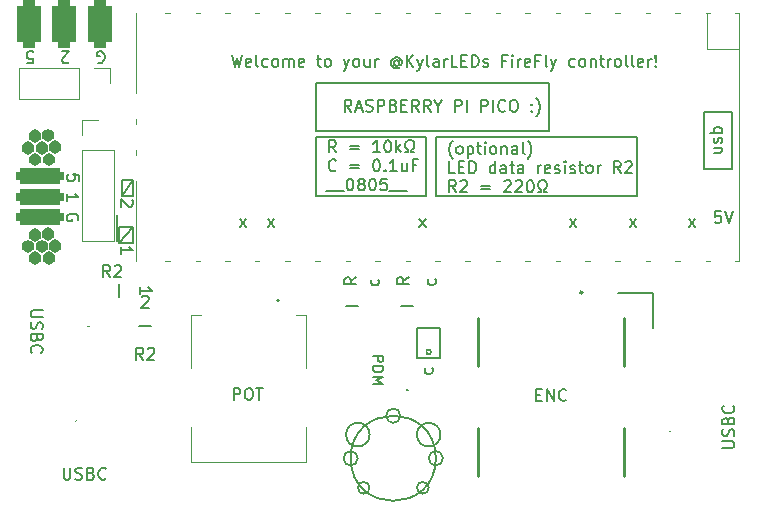
<source format=gto>
G04 #@! TF.GenerationSoftware,KiCad,Pcbnew,(6.0.4)*
G04 #@! TF.CreationDate,2022-04-25T16:44:11-05:00*
G04 #@! TF.ProjectId,FireflyV1,46697265-666c-4795-9631-2e6b69636164,rev?*
G04 #@! TF.SameCoordinates,Original*
G04 #@! TF.FileFunction,Legend,Top*
G04 #@! TF.FilePolarity,Positive*
%FSLAX46Y46*%
G04 Gerber Fmt 4.6, Leading zero omitted, Abs format (unit mm)*
G04 Created by KiCad (PCBNEW (6.0.4)) date 2022-04-25 16:44:11*
%MOMM*%
%LPD*%
G01*
G04 APERTURE LIST*
G04 Aperture macros list*
%AMRoundRect*
0 Rectangle with rounded corners*
0 $1 Rounding radius*
0 $2 $3 $4 $5 $6 $7 $8 $9 X,Y pos of 4 corners*
0 Add a 4 corners polygon primitive as box body*
4,1,4,$2,$3,$4,$5,$6,$7,$8,$9,$2,$3,0*
0 Add four circle primitives for the rounded corners*
1,1,$1+$1,$2,$3*
1,1,$1+$1,$4,$5*
1,1,$1+$1,$6,$7*
1,1,$1+$1,$8,$9*
0 Add four rect primitives between the rounded corners*
20,1,$1+$1,$2,$3,$4,$5,0*
20,1,$1+$1,$4,$5,$6,$7,0*
20,1,$1+$1,$6,$7,$8,$9,0*
20,1,$1+$1,$8,$9,$2,$3,0*%
%AMHorizOval*
0 Thick line with rounded ends*
0 $1 width*
0 $2 $3 position (X,Y) of the first rounded end (center of the circle)*
0 $4 $5 position (X,Y) of the second rounded end (center of the circle)*
0 Add line between two ends*
20,1,$1,$2,$3,$4,$5,0*
0 Add two circle primitives to create the rounded ends*
1,1,$1,$2,$3*
1,1,$1,$4,$5*%
G04 Aperture macros list end*
%ADD10C,0.150000*%
%ADD11C,0.200000*%
%ADD12C,0.254000*%
%ADD13C,0.120000*%
%ADD14C,0.100000*%
%ADD15R,1.400000X0.950000*%
%ADD16C,1.800000*%
%ADD17C,4.800000*%
%ADD18R,1.700000X1.700000*%
%ADD19O,1.700000X1.700000*%
%ADD20R,1.200000X0.700000*%
%ADD21R,1.200000X0.760000*%
%ADD22R,1.200000X0.800000*%
%ADD23C,2.010000*%
%ADD24RoundRect,0.337500X1.662500X0.337500X-1.662500X0.337500X-1.662500X-0.337500X1.662500X-0.337500X0*%
%ADD25R,0.700000X1.200000*%
%ADD26R,0.760000X1.200000*%
%ADD27R,0.800000X1.200000*%
%ADD28R,1.700000X3.500000*%
%ADD29R,3.500000X1.700000*%
%ADD30R,0.950000X1.400000*%
%ADD31C,4.460000*%
%ADD32RoundRect,0.500000X-0.500000X1.500000X-0.500000X-1.500000X0.500000X-1.500000X0.500000X1.500000X0*%
%ADD33C,0.910000*%
%ADD34HorizOval,0.910000X-0.070711X0.070711X0.070711X-0.070711X0*%
%ADD35R,1.470000X1.020000*%
%ADD36C,3.200000*%
G04 APERTURE END LIST*
D10*
X71058095Y-32432380D02*
X71581904Y-31765714D01*
X71058095Y-31765714D02*
X71581904Y-32432380D01*
X66028095Y-32432380D02*
X66551904Y-31765714D01*
X66028095Y-31765714D02*
X66551904Y-32432380D01*
X60928095Y-32432380D02*
X61451904Y-31765714D01*
X60928095Y-31765714D02*
X61451904Y-32432380D01*
X48208095Y-32432380D02*
X48731904Y-31765714D01*
X48208095Y-31765714D02*
X48731904Y-32432380D01*
X35418095Y-32432380D02*
X35941904Y-31765714D01*
X35418095Y-31765714D02*
X35941904Y-32432380D01*
X33038095Y-32432380D02*
X33561904Y-31765714D01*
X33038095Y-31765714D02*
X33561904Y-32432380D01*
X49200000Y-43000000D02*
G75*
G03*
X49200000Y-43000000I-200000J0D01*
G01*
X48000000Y-41000000D02*
X50000000Y-41000000D01*
X50000000Y-41000000D02*
X50000000Y-43500000D01*
X50000000Y-43500000D02*
X48000000Y-43500000D01*
X48000000Y-43500000D02*
X48000000Y-41000000D01*
X49000000Y-54500000D02*
G75*
G03*
X49000000Y-54500000I-500000J0D01*
G01*
X44000000Y-54500000D02*
G75*
G03*
X44000000Y-54500000I-500000J0D01*
G01*
X43000000Y-52000000D02*
G75*
G03*
X43000000Y-52000000I-605551J0D01*
G01*
X44000000Y-50000000D02*
G75*
G03*
X44000000Y-50000000I-1000000J0D01*
G01*
X46605551Y-48394449D02*
G75*
G03*
X46605551Y-48394449I-605551J0D01*
G01*
X50000000Y-50000000D02*
G75*
G03*
X50000000Y-50000000I-1000000J0D01*
G01*
X50211102Y-52000000D02*
G75*
G03*
X50211102Y-52000000I-605551J0D01*
G01*
X49605551Y-52000000D02*
G75*
G03*
X49605551Y-52000000I-3605551J0D01*
G01*
X73867507Y-51132958D02*
X74677031Y-51132958D01*
X74772269Y-51085339D01*
X74819888Y-51037720D01*
X74867507Y-50942482D01*
X74867507Y-50752006D01*
X74819888Y-50656768D01*
X74772269Y-50609149D01*
X74677031Y-50561530D01*
X73867507Y-50561530D01*
X74819888Y-50132958D02*
X74867507Y-49990101D01*
X74867507Y-49752006D01*
X74819888Y-49656768D01*
X74772269Y-49609149D01*
X74677031Y-49561530D01*
X74581793Y-49561530D01*
X74486555Y-49609149D01*
X74438936Y-49656768D01*
X74391317Y-49752006D01*
X74343698Y-49942482D01*
X74296079Y-50037720D01*
X74248460Y-50085339D01*
X74153222Y-50132958D01*
X74057984Y-50132958D01*
X73962746Y-50085339D01*
X73915127Y-50037720D01*
X73867507Y-49942482D01*
X73867507Y-49704387D01*
X73915127Y-49561530D01*
X74343698Y-48799625D02*
X74391317Y-48656768D01*
X74438936Y-48609149D01*
X74534174Y-48561530D01*
X74677031Y-48561530D01*
X74772269Y-48609149D01*
X74819888Y-48656768D01*
X74867507Y-48752006D01*
X74867507Y-49132958D01*
X73867507Y-49132958D01*
X73867507Y-48799625D01*
X73915127Y-48704387D01*
X73962746Y-48656768D01*
X74057984Y-48609149D01*
X74153222Y-48609149D01*
X74248460Y-48656768D01*
X74296079Y-48704387D01*
X74343698Y-48799625D01*
X74343698Y-49132958D01*
X74772269Y-47561530D02*
X74819888Y-47609149D01*
X74867507Y-47752006D01*
X74867507Y-47847244D01*
X74819888Y-47990101D01*
X74724650Y-48085339D01*
X74629412Y-48132958D01*
X74438936Y-48180577D01*
X74296079Y-48180577D01*
X74105603Y-48132958D01*
X74010365Y-48085339D01*
X73915127Y-47990101D01*
X73867507Y-47847244D01*
X73867507Y-47752006D01*
X73915127Y-47609149D01*
X73962746Y-47561530D01*
X16313566Y-39485268D02*
X15504042Y-39485268D01*
X15408804Y-39532887D01*
X15361185Y-39580506D01*
X15313566Y-39675744D01*
X15313566Y-39866220D01*
X15361185Y-39961458D01*
X15408804Y-40009077D01*
X15504042Y-40056696D01*
X16313566Y-40056696D01*
X15361185Y-40485268D02*
X15313566Y-40628125D01*
X15313566Y-40866220D01*
X15361185Y-40961458D01*
X15408804Y-41009077D01*
X15504042Y-41056696D01*
X15599280Y-41056696D01*
X15694518Y-41009077D01*
X15742137Y-40961458D01*
X15789756Y-40866220D01*
X15837375Y-40675744D01*
X15884994Y-40580506D01*
X15932613Y-40532887D01*
X16027851Y-40485268D01*
X16123089Y-40485268D01*
X16218327Y-40532887D01*
X16265947Y-40580506D01*
X16313566Y-40675744D01*
X16313566Y-40913839D01*
X16265947Y-41056696D01*
X15837375Y-41818601D02*
X15789756Y-41961458D01*
X15742137Y-42009077D01*
X15646899Y-42056696D01*
X15504042Y-42056696D01*
X15408804Y-42009077D01*
X15361185Y-41961458D01*
X15313566Y-41866220D01*
X15313566Y-41485268D01*
X16313566Y-41485268D01*
X16313566Y-41818601D01*
X16265947Y-41913839D01*
X16218327Y-41961458D01*
X16123089Y-42009077D01*
X16027851Y-42009077D01*
X15932613Y-41961458D01*
X15884994Y-41913839D01*
X15837375Y-41818601D01*
X15837375Y-41485268D01*
X15408804Y-43056696D02*
X15361185Y-43009077D01*
X15313566Y-42866220D01*
X15313566Y-42770982D01*
X15361185Y-42628125D01*
X15456423Y-42532887D01*
X15551661Y-42485268D01*
X15742137Y-42437649D01*
X15884994Y-42437649D01*
X16075470Y-42485268D01*
X16170708Y-42532887D01*
X16265947Y-42628125D01*
X16313566Y-42770982D01*
X16313566Y-42866220D01*
X16265947Y-43009077D01*
X16218327Y-43056696D01*
X18092189Y-52806756D02*
X18092189Y-53616280D01*
X18139808Y-53711518D01*
X18187427Y-53759137D01*
X18282665Y-53806756D01*
X18473141Y-53806756D01*
X18568379Y-53759137D01*
X18615998Y-53711518D01*
X18663617Y-53616280D01*
X18663617Y-52806756D01*
X19092189Y-53759137D02*
X19235046Y-53806756D01*
X19473141Y-53806756D01*
X19568379Y-53759137D01*
X19615998Y-53711518D01*
X19663617Y-53616280D01*
X19663617Y-53521042D01*
X19615998Y-53425804D01*
X19568379Y-53378185D01*
X19473141Y-53330566D01*
X19282665Y-53282947D01*
X19187427Y-53235328D01*
X19139808Y-53187709D01*
X19092189Y-53092471D01*
X19092189Y-52997233D01*
X19139808Y-52901995D01*
X19187427Y-52854376D01*
X19282665Y-52806756D01*
X19520760Y-52806756D01*
X19663617Y-52854376D01*
X20425522Y-53282947D02*
X20568379Y-53330566D01*
X20615998Y-53378185D01*
X20663617Y-53473423D01*
X20663617Y-53616280D01*
X20615998Y-53711518D01*
X20568379Y-53759137D01*
X20473141Y-53806756D01*
X20092189Y-53806756D01*
X20092189Y-52806756D01*
X20425522Y-52806756D01*
X20520760Y-52854376D01*
X20568379Y-52901995D01*
X20615998Y-52997233D01*
X20615998Y-53092471D01*
X20568379Y-53187709D01*
X20520760Y-53235328D01*
X20425522Y-53282947D01*
X20092189Y-53282947D01*
X21663617Y-53711518D02*
X21615998Y-53759137D01*
X21473141Y-53806756D01*
X21377903Y-53806756D01*
X21235046Y-53759137D01*
X21139808Y-53663899D01*
X21092189Y-53568661D01*
X21044570Y-53378185D01*
X21044570Y-53235328D01*
X21092189Y-53044852D01*
X21139808Y-52949614D01*
X21235046Y-52854376D01*
X21377903Y-52806756D01*
X21473141Y-52806756D01*
X21615998Y-52854376D01*
X21663617Y-52901995D01*
G36*
X17257194Y-34785812D02*
G01*
X17257194Y-35285812D01*
X16837194Y-35535812D01*
X16407194Y-35285812D01*
X16407194Y-34785812D01*
X16837194Y-34535812D01*
X17257194Y-34785812D01*
G37*
X17257194Y-34785812D02*
X17257194Y-35285812D01*
X16837194Y-35535812D01*
X16407194Y-35285812D01*
X16407194Y-34785812D01*
X16837194Y-34535812D01*
X17257194Y-34785812D01*
G36*
X16100000Y-32814188D02*
G01*
X16100000Y-33314188D01*
X15670000Y-33564188D01*
X15250000Y-33314188D01*
X15250000Y-32814188D01*
X15670000Y-32564188D01*
X16100000Y-32814188D01*
G37*
X16100000Y-32814188D02*
X16100000Y-33314188D01*
X15670000Y-33564188D01*
X15250000Y-33314188D01*
X15250000Y-32814188D01*
X15670000Y-32564188D01*
X16100000Y-32814188D01*
G36*
X17223597Y-32750000D02*
G01*
X17223597Y-33250000D01*
X16803597Y-33500000D01*
X16373597Y-33250000D01*
X16373597Y-32750000D01*
X16803597Y-32500000D01*
X17223597Y-32750000D01*
G37*
X17223597Y-32750000D02*
X17223597Y-33250000D01*
X16803597Y-33500000D01*
X16373597Y-33250000D01*
X16373597Y-32750000D01*
X16803597Y-32500000D01*
X17223597Y-32750000D01*
G36*
X17803597Y-33750000D02*
G01*
X17803597Y-34250000D01*
X17383597Y-34500000D01*
X16953597Y-34250000D01*
X16953597Y-33750000D01*
X17383597Y-33500000D01*
X17803597Y-33750000D01*
G37*
X17803597Y-33750000D02*
X17803597Y-34250000D01*
X17383597Y-34500000D01*
X16953597Y-34250000D01*
X16953597Y-33750000D01*
X17383597Y-33500000D01*
X17803597Y-33750000D01*
G36*
X16057194Y-34785812D02*
G01*
X16057194Y-35285812D01*
X15637194Y-35535812D01*
X15207194Y-35285812D01*
X15207194Y-34785812D01*
X15637194Y-34535812D01*
X16057194Y-34785812D01*
G37*
X16057194Y-34785812D02*
X16057194Y-35285812D01*
X15637194Y-35535812D01*
X15207194Y-35285812D01*
X15207194Y-34785812D01*
X15637194Y-34535812D01*
X16057194Y-34785812D01*
G36*
X16700000Y-33814188D02*
G01*
X16700000Y-34314188D01*
X16270000Y-34564188D01*
X15850000Y-34314188D01*
X15850000Y-33814188D01*
X16270000Y-33564188D01*
X16700000Y-33814188D01*
G37*
X16700000Y-33814188D02*
X16700000Y-34314188D01*
X16270000Y-34564188D01*
X15850000Y-34314188D01*
X15850000Y-33814188D01*
X16270000Y-33564188D01*
X16700000Y-33814188D01*
G36*
X15500000Y-33814188D02*
G01*
X15500000Y-34314188D01*
X15070000Y-34564188D01*
X14650000Y-34314188D01*
X14650000Y-33814188D01*
X15070000Y-33564188D01*
X15500000Y-33814188D01*
G37*
X15500000Y-33814188D02*
X15500000Y-34314188D01*
X15070000Y-34564188D01*
X14650000Y-34314188D01*
X14650000Y-33814188D01*
X15070000Y-33564188D01*
X15500000Y-33814188D01*
G36*
X17223597Y-24413504D02*
G01*
X17223597Y-24913504D01*
X16803597Y-25163504D01*
X16373597Y-24913504D01*
X16373597Y-24413504D01*
X16803597Y-24163504D01*
X17223597Y-24413504D01*
G37*
X17223597Y-24413504D02*
X17223597Y-24913504D01*
X16803597Y-25163504D01*
X16373597Y-24913504D01*
X16373597Y-24413504D01*
X16803597Y-24163504D01*
X17223597Y-24413504D01*
G36*
X15500000Y-25477692D02*
G01*
X15500000Y-25977692D01*
X15070000Y-26227692D01*
X14650000Y-25977692D01*
X14650000Y-25477692D01*
X15070000Y-25227692D01*
X15500000Y-25477692D01*
G37*
X15500000Y-25477692D02*
X15500000Y-25977692D01*
X15070000Y-26227692D01*
X14650000Y-25977692D01*
X14650000Y-25477692D01*
X15070000Y-25227692D01*
X15500000Y-25477692D01*
G36*
X16100000Y-24477692D02*
G01*
X16100000Y-24977692D01*
X15670000Y-25227692D01*
X15250000Y-24977692D01*
X15250000Y-24477692D01*
X15670000Y-24227692D01*
X16100000Y-24477692D01*
G37*
X16100000Y-24477692D02*
X16100000Y-24977692D01*
X15670000Y-25227692D01*
X15250000Y-24977692D01*
X15250000Y-24477692D01*
X15670000Y-24227692D01*
X16100000Y-24477692D01*
G36*
X16700000Y-25477692D02*
G01*
X16700000Y-25977692D01*
X16270000Y-26227692D01*
X15850000Y-25977692D01*
X15850000Y-25477692D01*
X16270000Y-25227692D01*
X16700000Y-25477692D01*
G37*
X16700000Y-25477692D02*
X16700000Y-25977692D01*
X16270000Y-26227692D01*
X15850000Y-25977692D01*
X15850000Y-25477692D01*
X16270000Y-25227692D01*
X16700000Y-25477692D01*
G36*
X17257194Y-26449316D02*
G01*
X17257194Y-26949316D01*
X16837194Y-27199316D01*
X16407194Y-26949316D01*
X16407194Y-26449316D01*
X16837194Y-26199316D01*
X17257194Y-26449316D01*
G37*
X17257194Y-26449316D02*
X17257194Y-26949316D01*
X16837194Y-27199316D01*
X16407194Y-26949316D01*
X16407194Y-26449316D01*
X16837194Y-26199316D01*
X17257194Y-26449316D01*
G36*
X16057194Y-26449316D02*
G01*
X16057194Y-26949316D01*
X15637194Y-27199316D01*
X15207194Y-26949316D01*
X15207194Y-26449316D01*
X15637194Y-26199316D01*
X16057194Y-26449316D01*
G37*
X16057194Y-26449316D02*
X16057194Y-26949316D01*
X15637194Y-27199316D01*
X15207194Y-26949316D01*
X15207194Y-26449316D01*
X15637194Y-26199316D01*
X16057194Y-26449316D01*
G36*
X17803597Y-25413504D02*
G01*
X17803597Y-25913504D01*
X17383597Y-26163504D01*
X16953597Y-25913504D01*
X16953597Y-25413504D01*
X17383597Y-25163504D01*
X17803597Y-25413504D01*
G37*
X17803597Y-25413504D02*
X17803597Y-25913504D01*
X17383597Y-26163504D01*
X16953597Y-25913504D01*
X16953597Y-25413504D01*
X17383597Y-25163504D01*
X17803597Y-25413504D01*
X23852380Y-30114285D02*
X23900000Y-30161904D01*
X23947619Y-30257142D01*
X23947619Y-30495238D01*
X23900000Y-30590476D01*
X23852380Y-30638095D01*
X23757142Y-30685714D01*
X23661904Y-30685714D01*
X23519047Y-30638095D01*
X22947619Y-30066666D01*
X22947619Y-30685714D01*
X22947619Y-34685714D02*
X22947619Y-34114285D01*
X22947619Y-34400000D02*
X23947619Y-34400000D01*
X23804761Y-34304761D01*
X23709523Y-34209523D01*
X23661904Y-34114285D01*
X24714285Y-38347619D02*
X24761904Y-38300000D01*
X24857142Y-38252380D01*
X25095238Y-38252380D01*
X25190476Y-38300000D01*
X25238095Y-38347619D01*
X25285714Y-38442857D01*
X25285714Y-38538095D01*
X25238095Y-38680952D01*
X24666666Y-39252380D01*
X25285714Y-39252380D01*
X24547619Y-38085714D02*
X24547619Y-37514285D01*
X24547619Y-37800000D02*
X25547619Y-37800000D01*
X25404761Y-37704761D01*
X25309523Y-37609523D01*
X25261904Y-37514285D01*
X49600000Y-24800000D02*
X66600000Y-24800000D01*
X66600000Y-24800000D02*
X66600000Y-29800000D01*
X66600000Y-29800000D02*
X49600000Y-29800000D01*
X49600000Y-29800000D02*
X49600000Y-24800000D01*
X51021309Y-26623333D02*
X50973690Y-26575714D01*
X50878452Y-26432857D01*
X50830833Y-26337619D01*
X50783214Y-26194761D01*
X50735595Y-25956666D01*
X50735595Y-25766190D01*
X50783214Y-25528095D01*
X50830833Y-25385238D01*
X50878452Y-25290000D01*
X50973690Y-25147142D01*
X51021309Y-25099523D01*
X51545119Y-26242380D02*
X51449880Y-26194761D01*
X51402261Y-26147142D01*
X51354642Y-26051904D01*
X51354642Y-25766190D01*
X51402261Y-25670952D01*
X51449880Y-25623333D01*
X51545119Y-25575714D01*
X51687976Y-25575714D01*
X51783214Y-25623333D01*
X51830833Y-25670952D01*
X51878452Y-25766190D01*
X51878452Y-26051904D01*
X51830833Y-26147142D01*
X51783214Y-26194761D01*
X51687976Y-26242380D01*
X51545119Y-26242380D01*
X52307023Y-25575714D02*
X52307023Y-26575714D01*
X52307023Y-25623333D02*
X52402261Y-25575714D01*
X52592738Y-25575714D01*
X52687976Y-25623333D01*
X52735595Y-25670952D01*
X52783214Y-25766190D01*
X52783214Y-26051904D01*
X52735595Y-26147142D01*
X52687976Y-26194761D01*
X52592738Y-26242380D01*
X52402261Y-26242380D01*
X52307023Y-26194761D01*
X53068928Y-25575714D02*
X53449880Y-25575714D01*
X53211785Y-25242380D02*
X53211785Y-26099523D01*
X53259404Y-26194761D01*
X53354642Y-26242380D01*
X53449880Y-26242380D01*
X53783214Y-26242380D02*
X53783214Y-25575714D01*
X53783214Y-25242380D02*
X53735595Y-25290000D01*
X53783214Y-25337619D01*
X53830833Y-25290000D01*
X53783214Y-25242380D01*
X53783214Y-25337619D01*
X54402261Y-26242380D02*
X54307023Y-26194761D01*
X54259404Y-26147142D01*
X54211785Y-26051904D01*
X54211785Y-25766190D01*
X54259404Y-25670952D01*
X54307023Y-25623333D01*
X54402261Y-25575714D01*
X54545119Y-25575714D01*
X54640357Y-25623333D01*
X54687976Y-25670952D01*
X54735595Y-25766190D01*
X54735595Y-26051904D01*
X54687976Y-26147142D01*
X54640357Y-26194761D01*
X54545119Y-26242380D01*
X54402261Y-26242380D01*
X55164166Y-25575714D02*
X55164166Y-26242380D01*
X55164166Y-25670952D02*
X55211785Y-25623333D01*
X55307023Y-25575714D01*
X55449880Y-25575714D01*
X55545119Y-25623333D01*
X55592738Y-25718571D01*
X55592738Y-26242380D01*
X56497500Y-26242380D02*
X56497500Y-25718571D01*
X56449880Y-25623333D01*
X56354642Y-25575714D01*
X56164166Y-25575714D01*
X56068928Y-25623333D01*
X56497500Y-26194761D02*
X56402261Y-26242380D01*
X56164166Y-26242380D01*
X56068928Y-26194761D01*
X56021309Y-26099523D01*
X56021309Y-26004285D01*
X56068928Y-25909047D01*
X56164166Y-25861428D01*
X56402261Y-25861428D01*
X56497500Y-25813809D01*
X57116547Y-26242380D02*
X57021309Y-26194761D01*
X56973690Y-26099523D01*
X56973690Y-25242380D01*
X57402261Y-26623333D02*
X57449880Y-26575714D01*
X57545119Y-26432857D01*
X57592738Y-26337619D01*
X57640357Y-26194761D01*
X57687976Y-25956666D01*
X57687976Y-25766190D01*
X57640357Y-25528095D01*
X57592738Y-25385238D01*
X57545119Y-25290000D01*
X57449880Y-25147142D01*
X57402261Y-25099523D01*
X51211785Y-27852380D02*
X50735595Y-27852380D01*
X50735595Y-26852380D01*
X51545119Y-27328571D02*
X51878452Y-27328571D01*
X52021309Y-27852380D02*
X51545119Y-27852380D01*
X51545119Y-26852380D01*
X52021309Y-26852380D01*
X52449880Y-27852380D02*
X52449880Y-26852380D01*
X52687976Y-26852380D01*
X52830833Y-26900000D01*
X52926071Y-26995238D01*
X52973690Y-27090476D01*
X53021309Y-27280952D01*
X53021309Y-27423809D01*
X52973690Y-27614285D01*
X52926071Y-27709523D01*
X52830833Y-27804761D01*
X52687976Y-27852380D01*
X52449880Y-27852380D01*
X54640357Y-27852380D02*
X54640357Y-26852380D01*
X54640357Y-27804761D02*
X54545119Y-27852380D01*
X54354642Y-27852380D01*
X54259404Y-27804761D01*
X54211785Y-27757142D01*
X54164166Y-27661904D01*
X54164166Y-27376190D01*
X54211785Y-27280952D01*
X54259404Y-27233333D01*
X54354642Y-27185714D01*
X54545119Y-27185714D01*
X54640357Y-27233333D01*
X55545119Y-27852380D02*
X55545119Y-27328571D01*
X55497500Y-27233333D01*
X55402261Y-27185714D01*
X55211785Y-27185714D01*
X55116547Y-27233333D01*
X55545119Y-27804761D02*
X55449880Y-27852380D01*
X55211785Y-27852380D01*
X55116547Y-27804761D01*
X55068928Y-27709523D01*
X55068928Y-27614285D01*
X55116547Y-27519047D01*
X55211785Y-27471428D01*
X55449880Y-27471428D01*
X55545119Y-27423809D01*
X55878452Y-27185714D02*
X56259404Y-27185714D01*
X56021309Y-26852380D02*
X56021309Y-27709523D01*
X56068928Y-27804761D01*
X56164166Y-27852380D01*
X56259404Y-27852380D01*
X57021309Y-27852380D02*
X57021309Y-27328571D01*
X56973690Y-27233333D01*
X56878452Y-27185714D01*
X56687976Y-27185714D01*
X56592738Y-27233333D01*
X57021309Y-27804761D02*
X56926071Y-27852380D01*
X56687976Y-27852380D01*
X56592738Y-27804761D01*
X56545119Y-27709523D01*
X56545119Y-27614285D01*
X56592738Y-27519047D01*
X56687976Y-27471428D01*
X56926071Y-27471428D01*
X57021309Y-27423809D01*
X58259404Y-27852380D02*
X58259404Y-27185714D01*
X58259404Y-27376190D02*
X58307023Y-27280952D01*
X58354642Y-27233333D01*
X58449880Y-27185714D01*
X58545119Y-27185714D01*
X59259404Y-27804761D02*
X59164166Y-27852380D01*
X58973690Y-27852380D01*
X58878452Y-27804761D01*
X58830833Y-27709523D01*
X58830833Y-27328571D01*
X58878452Y-27233333D01*
X58973690Y-27185714D01*
X59164166Y-27185714D01*
X59259404Y-27233333D01*
X59307023Y-27328571D01*
X59307023Y-27423809D01*
X58830833Y-27519047D01*
X59687976Y-27804761D02*
X59783214Y-27852380D01*
X59973690Y-27852380D01*
X60068928Y-27804761D01*
X60116547Y-27709523D01*
X60116547Y-27661904D01*
X60068928Y-27566666D01*
X59973690Y-27519047D01*
X59830833Y-27519047D01*
X59735595Y-27471428D01*
X59687976Y-27376190D01*
X59687976Y-27328571D01*
X59735595Y-27233333D01*
X59830833Y-27185714D01*
X59973690Y-27185714D01*
X60068928Y-27233333D01*
X60545119Y-27852380D02*
X60545119Y-27185714D01*
X60545119Y-26852380D02*
X60497500Y-26900000D01*
X60545119Y-26947619D01*
X60592738Y-26900000D01*
X60545119Y-26852380D01*
X60545119Y-26947619D01*
X60973690Y-27804761D02*
X61068928Y-27852380D01*
X61259404Y-27852380D01*
X61354642Y-27804761D01*
X61402261Y-27709523D01*
X61402261Y-27661904D01*
X61354642Y-27566666D01*
X61259404Y-27519047D01*
X61116547Y-27519047D01*
X61021309Y-27471428D01*
X60973690Y-27376190D01*
X60973690Y-27328571D01*
X61021309Y-27233333D01*
X61116547Y-27185714D01*
X61259404Y-27185714D01*
X61354642Y-27233333D01*
X61687976Y-27185714D02*
X62068928Y-27185714D01*
X61830833Y-26852380D02*
X61830833Y-27709523D01*
X61878452Y-27804761D01*
X61973690Y-27852380D01*
X62068928Y-27852380D01*
X62545119Y-27852380D02*
X62449880Y-27804761D01*
X62402261Y-27757142D01*
X62354642Y-27661904D01*
X62354642Y-27376190D01*
X62402261Y-27280952D01*
X62449880Y-27233333D01*
X62545119Y-27185714D01*
X62687976Y-27185714D01*
X62783214Y-27233333D01*
X62830833Y-27280952D01*
X62878452Y-27376190D01*
X62878452Y-27661904D01*
X62830833Y-27757142D01*
X62783214Y-27804761D01*
X62687976Y-27852380D01*
X62545119Y-27852380D01*
X63307023Y-27852380D02*
X63307023Y-27185714D01*
X63307023Y-27376190D02*
X63354642Y-27280952D01*
X63402261Y-27233333D01*
X63497500Y-27185714D01*
X63592738Y-27185714D01*
X65259404Y-27852380D02*
X64926071Y-27376190D01*
X64687976Y-27852380D02*
X64687976Y-26852380D01*
X65068928Y-26852380D01*
X65164166Y-26900000D01*
X65211785Y-26947619D01*
X65259404Y-27042857D01*
X65259404Y-27185714D01*
X65211785Y-27280952D01*
X65164166Y-27328571D01*
X65068928Y-27376190D01*
X64687976Y-27376190D01*
X65640357Y-26947619D02*
X65687976Y-26900000D01*
X65783214Y-26852380D01*
X66021309Y-26852380D01*
X66116547Y-26900000D01*
X66164166Y-26947619D01*
X66211785Y-27042857D01*
X66211785Y-27138095D01*
X66164166Y-27280952D01*
X65592738Y-27852380D01*
X66211785Y-27852380D01*
X51307023Y-29462380D02*
X50973690Y-28986190D01*
X50735595Y-29462380D02*
X50735595Y-28462380D01*
X51116547Y-28462380D01*
X51211785Y-28510000D01*
X51259404Y-28557619D01*
X51307023Y-28652857D01*
X51307023Y-28795714D01*
X51259404Y-28890952D01*
X51211785Y-28938571D01*
X51116547Y-28986190D01*
X50735595Y-28986190D01*
X51687976Y-28557619D02*
X51735595Y-28510000D01*
X51830833Y-28462380D01*
X52068928Y-28462380D01*
X52164166Y-28510000D01*
X52211785Y-28557619D01*
X52259404Y-28652857D01*
X52259404Y-28748095D01*
X52211785Y-28890952D01*
X51640357Y-29462380D01*
X52259404Y-29462380D01*
X53449880Y-28938571D02*
X54211785Y-28938571D01*
X54211785Y-29224285D02*
X53449880Y-29224285D01*
X55402261Y-28557619D02*
X55449880Y-28510000D01*
X55545119Y-28462380D01*
X55783214Y-28462380D01*
X55878452Y-28510000D01*
X55926071Y-28557619D01*
X55973690Y-28652857D01*
X55973690Y-28748095D01*
X55926071Y-28890952D01*
X55354642Y-29462380D01*
X55973690Y-29462380D01*
X56354642Y-28557619D02*
X56402261Y-28510000D01*
X56497500Y-28462380D01*
X56735595Y-28462380D01*
X56830833Y-28510000D01*
X56878452Y-28557619D01*
X56926071Y-28652857D01*
X56926071Y-28748095D01*
X56878452Y-28890952D01*
X56307023Y-29462380D01*
X56926071Y-29462380D01*
X57545119Y-28462380D02*
X57640357Y-28462380D01*
X57735595Y-28510000D01*
X57783214Y-28557619D01*
X57830833Y-28652857D01*
X57878452Y-28843333D01*
X57878452Y-29081428D01*
X57830833Y-29271904D01*
X57783214Y-29367142D01*
X57735595Y-29414761D01*
X57640357Y-29462380D01*
X57545119Y-29462380D01*
X57449880Y-29414761D01*
X57402261Y-29367142D01*
X57354642Y-29271904D01*
X57307023Y-29081428D01*
X57307023Y-28843333D01*
X57354642Y-28652857D01*
X57402261Y-28557619D01*
X57449880Y-28510000D01*
X57545119Y-28462380D01*
X58259404Y-29462380D02*
X58497500Y-29462380D01*
X58497500Y-29271904D01*
X58402261Y-29224285D01*
X58307023Y-29129047D01*
X58259404Y-28986190D01*
X58259404Y-28748095D01*
X58307023Y-28605238D01*
X58402261Y-28510000D01*
X58545119Y-28462380D01*
X58735595Y-28462380D01*
X58878452Y-28510000D01*
X58973690Y-28605238D01*
X59021309Y-28748095D01*
X59021309Y-28986190D01*
X58973690Y-29129047D01*
X58878452Y-29224285D01*
X58783214Y-29271904D01*
X58783214Y-29462380D01*
X59021309Y-29462380D01*
X22800000Y-33800000D02*
X24000000Y-32400000D01*
X23000000Y-29800000D02*
X24000000Y-28400000D01*
X23000000Y-28400000D02*
X24000000Y-28400000D01*
X24000000Y-28400000D02*
X24000000Y-29800000D01*
X24000000Y-29800000D02*
X23000000Y-29800000D01*
X23000000Y-29800000D02*
X23000000Y-28400000D01*
X24833333Y-43652380D02*
X24500000Y-43176190D01*
X24261904Y-43652380D02*
X24261904Y-42652380D01*
X24642857Y-42652380D01*
X24738095Y-42700000D01*
X24785714Y-42747619D01*
X24833333Y-42842857D01*
X24833333Y-42985714D01*
X24785714Y-43080952D01*
X24738095Y-43128571D01*
X24642857Y-43176190D01*
X24261904Y-43176190D01*
X25214285Y-42747619D02*
X25261904Y-42700000D01*
X25357142Y-42652380D01*
X25595238Y-42652380D01*
X25690476Y-42700000D01*
X25738095Y-42747619D01*
X25785714Y-42842857D01*
X25785714Y-42938095D01*
X25738095Y-43080952D01*
X25166666Y-43652380D01*
X25785714Y-43652380D01*
X22800000Y-32400000D02*
X24000000Y-32400000D01*
X24000000Y-32400000D02*
X24000000Y-33800000D01*
X24000000Y-33800000D02*
X22800000Y-33800000D01*
X22800000Y-33800000D02*
X22800000Y-32400000D01*
X39450000Y-24800000D02*
X48800000Y-24800000D01*
X48800000Y-24800000D02*
X48800000Y-29825000D01*
X48800000Y-29825000D02*
X39450000Y-29825000D01*
X39450000Y-29825000D02*
X39450000Y-24800000D01*
X41157023Y-26092380D02*
X40823690Y-25616190D01*
X40585595Y-26092380D02*
X40585595Y-25092380D01*
X40966547Y-25092380D01*
X41061785Y-25140000D01*
X41109404Y-25187619D01*
X41157023Y-25282857D01*
X41157023Y-25425714D01*
X41109404Y-25520952D01*
X41061785Y-25568571D01*
X40966547Y-25616190D01*
X40585595Y-25616190D01*
X42347500Y-25568571D02*
X43109404Y-25568571D01*
X43109404Y-25854285D02*
X42347500Y-25854285D01*
X44871309Y-26092380D02*
X44299880Y-26092380D01*
X44585595Y-26092380D02*
X44585595Y-25092380D01*
X44490357Y-25235238D01*
X44395119Y-25330476D01*
X44299880Y-25378095D01*
X45490357Y-25092380D02*
X45585595Y-25092380D01*
X45680833Y-25140000D01*
X45728452Y-25187619D01*
X45776071Y-25282857D01*
X45823690Y-25473333D01*
X45823690Y-25711428D01*
X45776071Y-25901904D01*
X45728452Y-25997142D01*
X45680833Y-26044761D01*
X45585595Y-26092380D01*
X45490357Y-26092380D01*
X45395119Y-26044761D01*
X45347500Y-25997142D01*
X45299880Y-25901904D01*
X45252261Y-25711428D01*
X45252261Y-25473333D01*
X45299880Y-25282857D01*
X45347500Y-25187619D01*
X45395119Y-25140000D01*
X45490357Y-25092380D01*
X46252261Y-26092380D02*
X46252261Y-25092380D01*
X46347500Y-25711428D02*
X46633214Y-26092380D01*
X46633214Y-25425714D02*
X46252261Y-25806666D01*
X47014166Y-26092380D02*
X47252261Y-26092380D01*
X47252261Y-25901904D01*
X47157023Y-25854285D01*
X47061785Y-25759047D01*
X47014166Y-25616190D01*
X47014166Y-25378095D01*
X47061785Y-25235238D01*
X47157023Y-25140000D01*
X47299880Y-25092380D01*
X47490357Y-25092380D01*
X47633214Y-25140000D01*
X47728452Y-25235238D01*
X47776071Y-25378095D01*
X47776071Y-25616190D01*
X47728452Y-25759047D01*
X47633214Y-25854285D01*
X47537976Y-25901904D01*
X47537976Y-26092380D01*
X47776071Y-26092380D01*
X41157023Y-27607142D02*
X41109404Y-27654761D01*
X40966547Y-27702380D01*
X40871309Y-27702380D01*
X40728452Y-27654761D01*
X40633214Y-27559523D01*
X40585595Y-27464285D01*
X40537976Y-27273809D01*
X40537976Y-27130952D01*
X40585595Y-26940476D01*
X40633214Y-26845238D01*
X40728452Y-26750000D01*
X40871309Y-26702380D01*
X40966547Y-26702380D01*
X41109404Y-26750000D01*
X41157023Y-26797619D01*
X42347500Y-27178571D02*
X43109404Y-27178571D01*
X43109404Y-27464285D02*
X42347500Y-27464285D01*
X44537976Y-26702380D02*
X44633214Y-26702380D01*
X44728452Y-26750000D01*
X44776071Y-26797619D01*
X44823690Y-26892857D01*
X44871309Y-27083333D01*
X44871309Y-27321428D01*
X44823690Y-27511904D01*
X44776071Y-27607142D01*
X44728452Y-27654761D01*
X44633214Y-27702380D01*
X44537976Y-27702380D01*
X44442738Y-27654761D01*
X44395119Y-27607142D01*
X44347500Y-27511904D01*
X44299880Y-27321428D01*
X44299880Y-27083333D01*
X44347500Y-26892857D01*
X44395119Y-26797619D01*
X44442738Y-26750000D01*
X44537976Y-26702380D01*
X45299880Y-27607142D02*
X45347500Y-27654761D01*
X45299880Y-27702380D01*
X45252261Y-27654761D01*
X45299880Y-27607142D01*
X45299880Y-27702380D01*
X46299880Y-27702380D02*
X45728452Y-27702380D01*
X46014166Y-27702380D02*
X46014166Y-26702380D01*
X45918928Y-26845238D01*
X45823690Y-26940476D01*
X45728452Y-26988095D01*
X47157023Y-27035714D02*
X47157023Y-27702380D01*
X46728452Y-27035714D02*
X46728452Y-27559523D01*
X46776071Y-27654761D01*
X46871309Y-27702380D01*
X47014166Y-27702380D01*
X47109404Y-27654761D01*
X47157023Y-27607142D01*
X47966547Y-27178571D02*
X47633214Y-27178571D01*
X47633214Y-27702380D02*
X47633214Y-26702380D01*
X48109404Y-26702380D01*
X40347500Y-29407619D02*
X41109404Y-29407619D01*
X41109404Y-29407619D02*
X41871309Y-29407619D01*
X42299880Y-28312380D02*
X42395119Y-28312380D01*
X42490357Y-28360000D01*
X42537976Y-28407619D01*
X42585595Y-28502857D01*
X42633214Y-28693333D01*
X42633214Y-28931428D01*
X42585595Y-29121904D01*
X42537976Y-29217142D01*
X42490357Y-29264761D01*
X42395119Y-29312380D01*
X42299880Y-29312380D01*
X42204642Y-29264761D01*
X42157023Y-29217142D01*
X42109404Y-29121904D01*
X42061785Y-28931428D01*
X42061785Y-28693333D01*
X42109404Y-28502857D01*
X42157023Y-28407619D01*
X42204642Y-28360000D01*
X42299880Y-28312380D01*
X43204642Y-28740952D02*
X43109404Y-28693333D01*
X43061785Y-28645714D01*
X43014166Y-28550476D01*
X43014166Y-28502857D01*
X43061785Y-28407619D01*
X43109404Y-28360000D01*
X43204642Y-28312380D01*
X43395119Y-28312380D01*
X43490357Y-28360000D01*
X43537976Y-28407619D01*
X43585595Y-28502857D01*
X43585595Y-28550476D01*
X43537976Y-28645714D01*
X43490357Y-28693333D01*
X43395119Y-28740952D01*
X43204642Y-28740952D01*
X43109404Y-28788571D01*
X43061785Y-28836190D01*
X43014166Y-28931428D01*
X43014166Y-29121904D01*
X43061785Y-29217142D01*
X43109404Y-29264761D01*
X43204642Y-29312380D01*
X43395119Y-29312380D01*
X43490357Y-29264761D01*
X43537976Y-29217142D01*
X43585595Y-29121904D01*
X43585595Y-28931428D01*
X43537976Y-28836190D01*
X43490357Y-28788571D01*
X43395119Y-28740952D01*
X44204642Y-28312380D02*
X44299880Y-28312380D01*
X44395119Y-28360000D01*
X44442738Y-28407619D01*
X44490357Y-28502857D01*
X44537976Y-28693333D01*
X44537976Y-28931428D01*
X44490357Y-29121904D01*
X44442738Y-29217142D01*
X44395119Y-29264761D01*
X44299880Y-29312380D01*
X44204642Y-29312380D01*
X44109404Y-29264761D01*
X44061785Y-29217142D01*
X44014166Y-29121904D01*
X43966547Y-28931428D01*
X43966547Y-28693333D01*
X44014166Y-28502857D01*
X44061785Y-28407619D01*
X44109404Y-28360000D01*
X44204642Y-28312380D01*
X45442738Y-28312380D02*
X44966547Y-28312380D01*
X44918928Y-28788571D01*
X44966547Y-28740952D01*
X45061785Y-28693333D01*
X45299880Y-28693333D01*
X45395119Y-28740952D01*
X45442738Y-28788571D01*
X45490357Y-28883809D01*
X45490357Y-29121904D01*
X45442738Y-29217142D01*
X45395119Y-29264761D01*
X45299880Y-29312380D01*
X45061785Y-29312380D01*
X44966547Y-29264761D01*
X44918928Y-29217142D01*
X45680833Y-29407619D02*
X46442738Y-29407619D01*
X46442738Y-29407619D02*
X47204642Y-29407619D01*
X32324999Y-17852380D02*
X32563095Y-18852380D01*
X32753571Y-18138095D01*
X32944047Y-18852380D01*
X33182142Y-17852380D01*
X33944047Y-18804761D02*
X33848809Y-18852380D01*
X33658333Y-18852380D01*
X33563095Y-18804761D01*
X33515476Y-18709523D01*
X33515476Y-18328571D01*
X33563095Y-18233333D01*
X33658333Y-18185714D01*
X33848809Y-18185714D01*
X33944047Y-18233333D01*
X33991666Y-18328571D01*
X33991666Y-18423809D01*
X33515476Y-18519047D01*
X34563095Y-18852380D02*
X34467857Y-18804761D01*
X34420238Y-18709523D01*
X34420238Y-17852380D01*
X35372619Y-18804761D02*
X35277380Y-18852380D01*
X35086904Y-18852380D01*
X34991666Y-18804761D01*
X34944047Y-18757142D01*
X34896428Y-18661904D01*
X34896428Y-18376190D01*
X34944047Y-18280952D01*
X34991666Y-18233333D01*
X35086904Y-18185714D01*
X35277380Y-18185714D01*
X35372619Y-18233333D01*
X35944047Y-18852380D02*
X35848809Y-18804761D01*
X35801190Y-18757142D01*
X35753571Y-18661904D01*
X35753571Y-18376190D01*
X35801190Y-18280952D01*
X35848809Y-18233333D01*
X35944047Y-18185714D01*
X36086904Y-18185714D01*
X36182142Y-18233333D01*
X36229761Y-18280952D01*
X36277380Y-18376190D01*
X36277380Y-18661904D01*
X36229761Y-18757142D01*
X36182142Y-18804761D01*
X36086904Y-18852380D01*
X35944047Y-18852380D01*
X36705952Y-18852380D02*
X36705952Y-18185714D01*
X36705952Y-18280952D02*
X36753571Y-18233333D01*
X36848809Y-18185714D01*
X36991666Y-18185714D01*
X37086904Y-18233333D01*
X37134523Y-18328571D01*
X37134523Y-18852380D01*
X37134523Y-18328571D02*
X37182142Y-18233333D01*
X37277380Y-18185714D01*
X37420238Y-18185714D01*
X37515476Y-18233333D01*
X37563095Y-18328571D01*
X37563095Y-18852380D01*
X38420238Y-18804761D02*
X38324999Y-18852380D01*
X38134523Y-18852380D01*
X38039285Y-18804761D01*
X37991666Y-18709523D01*
X37991666Y-18328571D01*
X38039285Y-18233333D01*
X38134523Y-18185714D01*
X38324999Y-18185714D01*
X38420238Y-18233333D01*
X38467857Y-18328571D01*
X38467857Y-18423809D01*
X37991666Y-18519047D01*
X39515476Y-18185714D02*
X39896428Y-18185714D01*
X39658333Y-17852380D02*
X39658333Y-18709523D01*
X39705952Y-18804761D01*
X39801190Y-18852380D01*
X39896428Y-18852380D01*
X40372619Y-18852380D02*
X40277380Y-18804761D01*
X40229761Y-18757142D01*
X40182142Y-18661904D01*
X40182142Y-18376190D01*
X40229761Y-18280952D01*
X40277380Y-18233333D01*
X40372619Y-18185714D01*
X40515476Y-18185714D01*
X40610714Y-18233333D01*
X40658333Y-18280952D01*
X40705952Y-18376190D01*
X40705952Y-18661904D01*
X40658333Y-18757142D01*
X40610714Y-18804761D01*
X40515476Y-18852380D01*
X40372619Y-18852380D01*
X41801190Y-18185714D02*
X42039285Y-18852380D01*
X42277380Y-18185714D02*
X42039285Y-18852380D01*
X41944047Y-19090476D01*
X41896428Y-19138095D01*
X41801190Y-19185714D01*
X42801190Y-18852380D02*
X42705952Y-18804761D01*
X42658333Y-18757142D01*
X42610714Y-18661904D01*
X42610714Y-18376190D01*
X42658333Y-18280952D01*
X42705952Y-18233333D01*
X42801190Y-18185714D01*
X42944047Y-18185714D01*
X43039285Y-18233333D01*
X43086904Y-18280952D01*
X43134523Y-18376190D01*
X43134523Y-18661904D01*
X43086904Y-18757142D01*
X43039285Y-18804761D01*
X42944047Y-18852380D01*
X42801190Y-18852380D01*
X43991666Y-18185714D02*
X43991666Y-18852380D01*
X43563095Y-18185714D02*
X43563095Y-18709523D01*
X43610714Y-18804761D01*
X43705952Y-18852380D01*
X43848809Y-18852380D01*
X43944047Y-18804761D01*
X43991666Y-18757142D01*
X44467857Y-18852380D02*
X44467857Y-18185714D01*
X44467857Y-18376190D02*
X44515476Y-18280952D01*
X44563095Y-18233333D01*
X44658333Y-18185714D01*
X44753571Y-18185714D01*
X46467857Y-18376190D02*
X46420238Y-18328571D01*
X46324999Y-18280952D01*
X46229761Y-18280952D01*
X46134523Y-18328571D01*
X46086904Y-18376190D01*
X46039285Y-18471428D01*
X46039285Y-18566666D01*
X46086904Y-18661904D01*
X46134523Y-18709523D01*
X46229761Y-18757142D01*
X46324999Y-18757142D01*
X46420238Y-18709523D01*
X46467857Y-18661904D01*
X46467857Y-18280952D02*
X46467857Y-18661904D01*
X46515476Y-18709523D01*
X46563095Y-18709523D01*
X46658333Y-18661904D01*
X46705952Y-18566666D01*
X46705952Y-18328571D01*
X46610714Y-18185714D01*
X46467857Y-18090476D01*
X46277380Y-18042857D01*
X46086904Y-18090476D01*
X45944047Y-18185714D01*
X45848809Y-18328571D01*
X45801190Y-18519047D01*
X45848809Y-18709523D01*
X45944047Y-18852380D01*
X46086904Y-18947619D01*
X46277380Y-18995238D01*
X46467857Y-18947619D01*
X46610714Y-18852380D01*
X47134523Y-18852380D02*
X47134523Y-17852380D01*
X47705952Y-18852380D02*
X47277380Y-18280952D01*
X47705952Y-17852380D02*
X47134523Y-18423809D01*
X48039285Y-18185714D02*
X48277380Y-18852380D01*
X48515476Y-18185714D02*
X48277380Y-18852380D01*
X48182142Y-19090476D01*
X48134523Y-19138095D01*
X48039285Y-19185714D01*
X49039285Y-18852380D02*
X48944047Y-18804761D01*
X48896428Y-18709523D01*
X48896428Y-17852380D01*
X49848809Y-18852380D02*
X49848809Y-18328571D01*
X49801190Y-18233333D01*
X49705952Y-18185714D01*
X49515476Y-18185714D01*
X49420238Y-18233333D01*
X49848809Y-18804761D02*
X49753571Y-18852380D01*
X49515476Y-18852380D01*
X49420238Y-18804761D01*
X49372619Y-18709523D01*
X49372619Y-18614285D01*
X49420238Y-18519047D01*
X49515476Y-18471428D01*
X49753571Y-18471428D01*
X49848809Y-18423809D01*
X50324999Y-18852380D02*
X50324999Y-18185714D01*
X50324999Y-18376190D02*
X50372619Y-18280952D01*
X50420238Y-18233333D01*
X50515476Y-18185714D01*
X50610714Y-18185714D01*
X51420238Y-18852380D02*
X50944047Y-18852380D01*
X50944047Y-17852380D01*
X51753571Y-18328571D02*
X52086904Y-18328571D01*
X52229761Y-18852380D02*
X51753571Y-18852380D01*
X51753571Y-17852380D01*
X52229761Y-17852380D01*
X52658333Y-18852380D02*
X52658333Y-17852380D01*
X52896428Y-17852380D01*
X53039285Y-17900000D01*
X53134523Y-17995238D01*
X53182142Y-18090476D01*
X53229761Y-18280952D01*
X53229761Y-18423809D01*
X53182142Y-18614285D01*
X53134523Y-18709523D01*
X53039285Y-18804761D01*
X52896428Y-18852380D01*
X52658333Y-18852380D01*
X53610714Y-18804761D02*
X53705952Y-18852380D01*
X53896428Y-18852380D01*
X53991666Y-18804761D01*
X54039285Y-18709523D01*
X54039285Y-18661904D01*
X53991666Y-18566666D01*
X53896428Y-18519047D01*
X53753571Y-18519047D01*
X53658333Y-18471428D01*
X53610714Y-18376190D01*
X53610714Y-18328571D01*
X53658333Y-18233333D01*
X53753571Y-18185714D01*
X53896428Y-18185714D01*
X53991666Y-18233333D01*
X55563095Y-18328571D02*
X55229761Y-18328571D01*
X55229761Y-18852380D02*
X55229761Y-17852380D01*
X55705952Y-17852380D01*
X56086904Y-18852380D02*
X56086904Y-18185714D01*
X56086904Y-17852380D02*
X56039285Y-17900000D01*
X56086904Y-17947619D01*
X56134523Y-17900000D01*
X56086904Y-17852380D01*
X56086904Y-17947619D01*
X56563095Y-18852380D02*
X56563095Y-18185714D01*
X56563095Y-18376190D02*
X56610714Y-18280952D01*
X56658333Y-18233333D01*
X56753571Y-18185714D01*
X56848809Y-18185714D01*
X57563095Y-18804761D02*
X57467857Y-18852380D01*
X57277380Y-18852380D01*
X57182142Y-18804761D01*
X57134523Y-18709523D01*
X57134523Y-18328571D01*
X57182142Y-18233333D01*
X57277380Y-18185714D01*
X57467857Y-18185714D01*
X57563095Y-18233333D01*
X57610714Y-18328571D01*
X57610714Y-18423809D01*
X57134523Y-18519047D01*
X58372619Y-18328571D02*
X58039285Y-18328571D01*
X58039285Y-18852380D02*
X58039285Y-17852380D01*
X58515476Y-17852380D01*
X59039285Y-18852380D02*
X58944047Y-18804761D01*
X58896428Y-18709523D01*
X58896428Y-17852380D01*
X59324999Y-18185714D02*
X59563095Y-18852380D01*
X59801190Y-18185714D02*
X59563095Y-18852380D01*
X59467857Y-19090476D01*
X59420238Y-19138095D01*
X59324999Y-19185714D01*
X61372619Y-18804761D02*
X61277380Y-18852380D01*
X61086904Y-18852380D01*
X60991666Y-18804761D01*
X60944047Y-18757142D01*
X60896428Y-18661904D01*
X60896428Y-18376190D01*
X60944047Y-18280952D01*
X60991666Y-18233333D01*
X61086904Y-18185714D01*
X61277380Y-18185714D01*
X61372619Y-18233333D01*
X61944047Y-18852380D02*
X61848809Y-18804761D01*
X61801190Y-18757142D01*
X61753571Y-18661904D01*
X61753571Y-18376190D01*
X61801190Y-18280952D01*
X61848809Y-18233333D01*
X61944047Y-18185714D01*
X62086904Y-18185714D01*
X62182142Y-18233333D01*
X62229761Y-18280952D01*
X62277380Y-18376190D01*
X62277380Y-18661904D01*
X62229761Y-18757142D01*
X62182142Y-18804761D01*
X62086904Y-18852380D01*
X61944047Y-18852380D01*
X62705952Y-18185714D02*
X62705952Y-18852380D01*
X62705952Y-18280952D02*
X62753571Y-18233333D01*
X62848809Y-18185714D01*
X62991666Y-18185714D01*
X63086904Y-18233333D01*
X63134523Y-18328571D01*
X63134523Y-18852380D01*
X63467857Y-18185714D02*
X63848809Y-18185714D01*
X63610714Y-17852380D02*
X63610714Y-18709523D01*
X63658333Y-18804761D01*
X63753571Y-18852380D01*
X63848809Y-18852380D01*
X64182142Y-18852380D02*
X64182142Y-18185714D01*
X64182142Y-18376190D02*
X64229761Y-18280952D01*
X64277380Y-18233333D01*
X64372619Y-18185714D01*
X64467857Y-18185714D01*
X64944047Y-18852380D02*
X64848809Y-18804761D01*
X64801190Y-18757142D01*
X64753571Y-18661904D01*
X64753571Y-18376190D01*
X64801190Y-18280952D01*
X64848809Y-18233333D01*
X64944047Y-18185714D01*
X65086904Y-18185714D01*
X65182142Y-18233333D01*
X65229761Y-18280952D01*
X65277380Y-18376190D01*
X65277380Y-18661904D01*
X65229761Y-18757142D01*
X65182142Y-18804761D01*
X65086904Y-18852380D01*
X64944047Y-18852380D01*
X65848809Y-18852380D02*
X65753571Y-18804761D01*
X65705952Y-18709523D01*
X65705952Y-17852380D01*
X66372619Y-18852380D02*
X66277380Y-18804761D01*
X66229761Y-18709523D01*
X66229761Y-17852380D01*
X67134523Y-18804761D02*
X67039285Y-18852380D01*
X66848809Y-18852380D01*
X66753571Y-18804761D01*
X66705952Y-18709523D01*
X66705952Y-18328571D01*
X66753571Y-18233333D01*
X66848809Y-18185714D01*
X67039285Y-18185714D01*
X67134523Y-18233333D01*
X67182142Y-18328571D01*
X67182142Y-18423809D01*
X66705952Y-18519047D01*
X67610714Y-18852380D02*
X67610714Y-18185714D01*
X67610714Y-18376190D02*
X67658333Y-18280952D01*
X67705952Y-18233333D01*
X67801190Y-18185714D01*
X67896428Y-18185714D01*
X68229761Y-18757142D02*
X68277380Y-18804761D01*
X68229761Y-18852380D01*
X68182142Y-18804761D01*
X68229761Y-18757142D01*
X68229761Y-18852380D01*
X68229761Y-18471428D02*
X68182142Y-17900000D01*
X68229761Y-17852380D01*
X68277380Y-17900000D01*
X68229761Y-18471428D01*
X68229761Y-17852380D01*
X73135714Y-25717857D02*
X73802380Y-25717857D01*
X73135714Y-26146428D02*
X73659523Y-26146428D01*
X73754761Y-26098809D01*
X73802380Y-26003571D01*
X73802380Y-25860714D01*
X73754761Y-25765476D01*
X73707142Y-25717857D01*
X73754761Y-25289285D02*
X73802380Y-25194047D01*
X73802380Y-25003571D01*
X73754761Y-24908333D01*
X73659523Y-24860714D01*
X73611904Y-24860714D01*
X73516666Y-24908333D01*
X73469047Y-25003571D01*
X73469047Y-25146428D01*
X73421428Y-25241666D01*
X73326190Y-25289285D01*
X73278571Y-25289285D01*
X73183333Y-25241666D01*
X73135714Y-25146428D01*
X73135714Y-25003571D01*
X73183333Y-24908333D01*
X73802380Y-24432142D02*
X72802380Y-24432142D01*
X73183333Y-24432142D02*
X73135714Y-24336904D01*
X73135714Y-24146428D01*
X73183333Y-24051190D01*
X73230952Y-24003571D01*
X73326190Y-23955952D01*
X73611904Y-23955952D01*
X73707142Y-24003571D01*
X73754761Y-24051190D01*
X73802380Y-24146428D01*
X73802380Y-24336904D01*
X73754761Y-24432142D01*
X73734523Y-31077380D02*
X73258333Y-31077380D01*
X73210714Y-31553571D01*
X73258333Y-31505952D01*
X73353571Y-31458333D01*
X73591666Y-31458333D01*
X73686904Y-31505952D01*
X73734523Y-31553571D01*
X73782142Y-31648809D01*
X73782142Y-31886904D01*
X73734523Y-31982142D01*
X73686904Y-32029761D01*
X73591666Y-32077380D01*
X73353571Y-32077380D01*
X73258333Y-32029761D01*
X73210714Y-31982142D01*
X74067857Y-31077380D02*
X74401190Y-32077380D01*
X74734523Y-31077380D01*
X72300000Y-22650000D02*
X74650000Y-22650000D01*
X74650000Y-22650000D02*
X74650000Y-27525000D01*
X74650000Y-27525000D02*
X72300000Y-27525000D01*
X72300000Y-27525000D02*
X72300000Y-22650000D01*
X39450000Y-20200000D02*
X59196164Y-20200000D01*
X59196164Y-20200000D02*
X59196164Y-24275000D01*
X59196164Y-24275000D02*
X39450000Y-24275000D01*
X39450000Y-24275000D02*
X39450000Y-20200000D01*
X42447023Y-22652380D02*
X42113690Y-22176190D01*
X41875595Y-22652380D02*
X41875595Y-21652380D01*
X42256547Y-21652380D01*
X42351785Y-21700000D01*
X42399404Y-21747619D01*
X42447023Y-21842857D01*
X42447023Y-21985714D01*
X42399404Y-22080952D01*
X42351785Y-22128571D01*
X42256547Y-22176190D01*
X41875595Y-22176190D01*
X42827976Y-22366666D02*
X43304166Y-22366666D01*
X42732738Y-22652380D02*
X43066071Y-21652380D01*
X43399404Y-22652380D01*
X43685119Y-22604761D02*
X43827976Y-22652380D01*
X44066071Y-22652380D01*
X44161309Y-22604761D01*
X44208928Y-22557142D01*
X44256547Y-22461904D01*
X44256547Y-22366666D01*
X44208928Y-22271428D01*
X44161309Y-22223809D01*
X44066071Y-22176190D01*
X43875595Y-22128571D01*
X43780357Y-22080952D01*
X43732738Y-22033333D01*
X43685119Y-21938095D01*
X43685119Y-21842857D01*
X43732738Y-21747619D01*
X43780357Y-21700000D01*
X43875595Y-21652380D01*
X44113690Y-21652380D01*
X44256547Y-21700000D01*
X44685119Y-22652380D02*
X44685119Y-21652380D01*
X45066071Y-21652380D01*
X45161309Y-21700000D01*
X45208928Y-21747619D01*
X45256547Y-21842857D01*
X45256547Y-21985714D01*
X45208928Y-22080952D01*
X45161309Y-22128571D01*
X45066071Y-22176190D01*
X44685119Y-22176190D01*
X46018452Y-22128571D02*
X46161309Y-22176190D01*
X46208928Y-22223809D01*
X46256547Y-22319047D01*
X46256547Y-22461904D01*
X46208928Y-22557142D01*
X46161309Y-22604761D01*
X46066071Y-22652380D01*
X45685119Y-22652380D01*
X45685119Y-21652380D01*
X46018452Y-21652380D01*
X46113690Y-21700000D01*
X46161309Y-21747619D01*
X46208928Y-21842857D01*
X46208928Y-21938095D01*
X46161309Y-22033333D01*
X46113690Y-22080952D01*
X46018452Y-22128571D01*
X45685119Y-22128571D01*
X46685119Y-22128571D02*
X47018452Y-22128571D01*
X47161309Y-22652380D02*
X46685119Y-22652380D01*
X46685119Y-21652380D01*
X47161309Y-21652380D01*
X48161309Y-22652380D02*
X47827976Y-22176190D01*
X47589880Y-22652380D02*
X47589880Y-21652380D01*
X47970833Y-21652380D01*
X48066071Y-21700000D01*
X48113690Y-21747619D01*
X48161309Y-21842857D01*
X48161309Y-21985714D01*
X48113690Y-22080952D01*
X48066071Y-22128571D01*
X47970833Y-22176190D01*
X47589880Y-22176190D01*
X49161309Y-22652380D02*
X48827976Y-22176190D01*
X48589880Y-22652380D02*
X48589880Y-21652380D01*
X48970833Y-21652380D01*
X49066071Y-21700000D01*
X49113690Y-21747619D01*
X49161309Y-21842857D01*
X49161309Y-21985714D01*
X49113690Y-22080952D01*
X49066071Y-22128571D01*
X48970833Y-22176190D01*
X48589880Y-22176190D01*
X49780357Y-22176190D02*
X49780357Y-22652380D01*
X49447023Y-21652380D02*
X49780357Y-22176190D01*
X50113690Y-21652380D01*
X51208928Y-22652380D02*
X51208928Y-21652380D01*
X51589880Y-21652380D01*
X51685119Y-21700000D01*
X51732738Y-21747619D01*
X51780357Y-21842857D01*
X51780357Y-21985714D01*
X51732738Y-22080952D01*
X51685119Y-22128571D01*
X51589880Y-22176190D01*
X51208928Y-22176190D01*
X52208928Y-22652380D02*
X52208928Y-21652380D01*
X53447023Y-22652380D02*
X53447023Y-21652380D01*
X53827976Y-21652380D01*
X53923214Y-21700000D01*
X53970833Y-21747619D01*
X54018452Y-21842857D01*
X54018452Y-21985714D01*
X53970833Y-22080952D01*
X53923214Y-22128571D01*
X53827976Y-22176190D01*
X53447023Y-22176190D01*
X54447023Y-22652380D02*
X54447023Y-21652380D01*
X55494642Y-22557142D02*
X55447023Y-22604761D01*
X55304166Y-22652380D01*
X55208928Y-22652380D01*
X55066071Y-22604761D01*
X54970833Y-22509523D01*
X54923214Y-22414285D01*
X54875595Y-22223809D01*
X54875595Y-22080952D01*
X54923214Y-21890476D01*
X54970833Y-21795238D01*
X55066071Y-21700000D01*
X55208928Y-21652380D01*
X55304166Y-21652380D01*
X55447023Y-21700000D01*
X55494642Y-21747619D01*
X56113690Y-21652380D02*
X56304166Y-21652380D01*
X56399404Y-21700000D01*
X56494642Y-21795238D01*
X56542261Y-21985714D01*
X56542261Y-22319047D01*
X56494642Y-22509523D01*
X56399404Y-22604761D01*
X56304166Y-22652380D01*
X56113690Y-22652380D01*
X56018452Y-22604761D01*
X55923214Y-22509523D01*
X55875595Y-22319047D01*
X55875595Y-21985714D01*
X55923214Y-21795238D01*
X56018452Y-21700000D01*
X56113690Y-21652380D01*
X57732738Y-22557142D02*
X57780357Y-22604761D01*
X57732738Y-22652380D01*
X57685119Y-22604761D01*
X57732738Y-22557142D01*
X57732738Y-22652380D01*
X57732738Y-22033333D02*
X57780357Y-22080952D01*
X57732738Y-22128571D01*
X57685119Y-22080952D01*
X57732738Y-22033333D01*
X57732738Y-22128571D01*
X58113690Y-23033333D02*
X58161309Y-22985714D01*
X58256547Y-22842857D01*
X58304166Y-22747619D01*
X58351785Y-22604761D01*
X58399404Y-22366666D01*
X58399404Y-22176190D01*
X58351785Y-21938095D01*
X58304166Y-21795238D01*
X58256547Y-21700000D01*
X58161309Y-21557142D01*
X58113690Y-21509523D01*
X44267857Y-43300000D02*
X45167857Y-43300000D01*
X45167857Y-43642857D01*
X45125000Y-43728571D01*
X45082142Y-43771428D01*
X44996428Y-43814285D01*
X44867857Y-43814285D01*
X44782142Y-43771428D01*
X44739285Y-43728571D01*
X44696428Y-43642857D01*
X44696428Y-43300000D01*
X44267857Y-44200000D02*
X45167857Y-44200000D01*
X45167857Y-44414285D01*
X45125000Y-44542857D01*
X45039285Y-44628571D01*
X44953571Y-44671428D01*
X44782142Y-44714285D01*
X44653571Y-44714285D01*
X44482142Y-44671428D01*
X44396428Y-44628571D01*
X44310714Y-44542857D01*
X44267857Y-44414285D01*
X44267857Y-44200000D01*
X44267857Y-45100000D02*
X45167857Y-45100000D01*
X44525000Y-45400000D01*
X45167857Y-45700000D01*
X44267857Y-45700000D01*
X58111904Y-46628571D02*
X58445238Y-46628571D01*
X58588095Y-47152380D02*
X58111904Y-47152380D01*
X58111904Y-46152380D01*
X58588095Y-46152380D01*
X59016666Y-47152380D02*
X59016666Y-46152380D01*
X59588095Y-47152380D01*
X59588095Y-46152380D01*
X60635714Y-47057142D02*
X60588095Y-47104761D01*
X60445238Y-47152380D01*
X60350000Y-47152380D01*
X60207142Y-47104761D01*
X60111904Y-47009523D01*
X60064285Y-46914285D01*
X60016666Y-46723809D01*
X60016666Y-46580952D01*
X60064285Y-46390476D01*
X60111904Y-46295238D01*
X60207142Y-46200000D01*
X60350000Y-46152380D01*
X60445238Y-46152380D01*
X60588095Y-46200000D01*
X60635714Y-46247619D01*
X32483333Y-47052380D02*
X32483333Y-46052380D01*
X32864285Y-46052380D01*
X32959523Y-46100000D01*
X33007142Y-46147619D01*
X33054761Y-46242857D01*
X33054761Y-46385714D01*
X33007142Y-46480952D01*
X32959523Y-46528571D01*
X32864285Y-46576190D01*
X32483333Y-46576190D01*
X33673809Y-46052380D02*
X33864285Y-46052380D01*
X33959523Y-46100000D01*
X34054761Y-46195238D01*
X34102380Y-46385714D01*
X34102380Y-46719047D01*
X34054761Y-46909523D01*
X33959523Y-47004761D01*
X33864285Y-47052380D01*
X33673809Y-47052380D01*
X33578571Y-47004761D01*
X33483333Y-46909523D01*
X33435714Y-46719047D01*
X33435714Y-46385714D01*
X33483333Y-46195238D01*
X33578571Y-46100000D01*
X33673809Y-46052380D01*
X34388095Y-46052380D02*
X34959523Y-46052380D01*
X34673809Y-47052380D02*
X34673809Y-46052380D01*
X22600000Y-31400000D02*
X22600000Y-33600000D01*
X68000000Y-38000000D02*
X68000000Y-41000000D01*
X65000000Y-38000000D02*
X68000000Y-38000000D01*
X18535714Y-18452380D02*
X18488095Y-18500000D01*
X18392857Y-18547619D01*
X18154761Y-18547619D01*
X18059523Y-18500000D01*
X18011904Y-18452380D01*
X17964285Y-18357142D01*
X17964285Y-18261904D01*
X18011904Y-18119047D01*
X18583333Y-17547619D01*
X17964285Y-17547619D01*
X44744761Y-36891904D02*
X44792380Y-36987142D01*
X44792380Y-37177619D01*
X44744761Y-37272857D01*
X44697142Y-37320476D01*
X44601904Y-37368095D01*
X44316190Y-37368095D01*
X44220952Y-37320476D01*
X44173333Y-37272857D01*
X44125714Y-37177619D01*
X44125714Y-36987142D01*
X44173333Y-36891904D01*
X49294761Y-44361904D02*
X49342380Y-44457142D01*
X49342380Y-44647619D01*
X49294761Y-44742857D01*
X49247142Y-44790476D01*
X49151904Y-44838095D01*
X48866190Y-44838095D01*
X48770952Y-44790476D01*
X48723333Y-44742857D01*
X48675714Y-44647619D01*
X48675714Y-44457142D01*
X48723333Y-44361904D01*
X49544761Y-36831904D02*
X49592380Y-36927142D01*
X49592380Y-37117619D01*
X49544761Y-37212857D01*
X49497142Y-37260476D01*
X49401904Y-37308095D01*
X49116190Y-37308095D01*
X49020952Y-37260476D01*
X48973333Y-37212857D01*
X48925714Y-37117619D01*
X48925714Y-36927142D01*
X48973333Y-36831904D01*
X15011904Y-18547619D02*
X15488095Y-18547619D01*
X15535714Y-18071428D01*
X15488095Y-18119047D01*
X15392857Y-18166666D01*
X15154761Y-18166666D01*
X15059523Y-18119047D01*
X15011904Y-18071428D01*
X14964285Y-17976190D01*
X14964285Y-17738095D01*
X15011904Y-17642857D01*
X15059523Y-17595238D01*
X15154761Y-17547619D01*
X15392857Y-17547619D01*
X15488095Y-17595238D01*
X15535714Y-17642857D01*
X47332380Y-36650476D02*
X46856190Y-36983809D01*
X47332380Y-37221904D02*
X46332380Y-37221904D01*
X46332380Y-36840952D01*
X46380000Y-36745714D01*
X46427619Y-36698095D01*
X46522857Y-36650476D01*
X46665714Y-36650476D01*
X46760952Y-36698095D01*
X46808571Y-36745714D01*
X46856190Y-36840952D01*
X46856190Y-37221904D01*
X18347619Y-30185714D02*
X18347619Y-29614285D01*
X18347619Y-29900000D02*
X19347619Y-29900000D01*
X19204761Y-29804761D01*
X19109523Y-29709523D01*
X19061904Y-29614285D01*
X22033333Y-36652380D02*
X21700000Y-36176190D01*
X21461904Y-36652380D02*
X21461904Y-35652380D01*
X21842857Y-35652380D01*
X21938095Y-35700000D01*
X21985714Y-35747619D01*
X22033333Y-35842857D01*
X22033333Y-35985714D01*
X21985714Y-36080952D01*
X21938095Y-36128571D01*
X21842857Y-36176190D01*
X21461904Y-36176190D01*
X22414285Y-35747619D02*
X22461904Y-35700000D01*
X22557142Y-35652380D01*
X22795238Y-35652380D01*
X22890476Y-35700000D01*
X22938095Y-35747619D01*
X22985714Y-35842857D01*
X22985714Y-35938095D01*
X22938095Y-36080952D01*
X22366666Y-36652380D01*
X22985714Y-36652380D01*
X42872380Y-36690476D02*
X42396190Y-37023809D01*
X42872380Y-37261904D02*
X41872380Y-37261904D01*
X41872380Y-36880952D01*
X41920000Y-36785714D01*
X41967619Y-36738095D01*
X42062857Y-36690476D01*
X42205714Y-36690476D01*
X42300952Y-36738095D01*
X42348571Y-36785714D01*
X42396190Y-36880952D01*
X42396190Y-37261904D01*
X20988095Y-18500000D02*
X21083333Y-18547619D01*
X21226190Y-18547619D01*
X21369047Y-18500000D01*
X21464285Y-18404761D01*
X21511904Y-18309523D01*
X21559523Y-18119047D01*
X21559523Y-17976190D01*
X21511904Y-17785714D01*
X21464285Y-17690476D01*
X21369047Y-17595238D01*
X21226190Y-17547619D01*
X21130952Y-17547619D01*
X20988095Y-17595238D01*
X20940476Y-17642857D01*
X20940476Y-17976190D01*
X21130952Y-17976190D01*
X19397619Y-28488095D02*
X19397619Y-28011904D01*
X18921428Y-27964285D01*
X18969047Y-28011904D01*
X19016666Y-28107142D01*
X19016666Y-28345238D01*
X18969047Y-28440476D01*
X18921428Y-28488095D01*
X18826190Y-28535714D01*
X18588095Y-28535714D01*
X18492857Y-28488095D01*
X18445238Y-28440476D01*
X18397619Y-28345238D01*
X18397619Y-28107142D01*
X18445238Y-28011904D01*
X18492857Y-27964285D01*
X19300000Y-31861904D02*
X19347619Y-31766666D01*
X19347619Y-31623809D01*
X19300000Y-31480952D01*
X19204761Y-31385714D01*
X19109523Y-31338095D01*
X18919047Y-31290476D01*
X18776190Y-31290476D01*
X18585714Y-31338095D01*
X18490476Y-31385714D01*
X18395238Y-31480952D01*
X18347619Y-31623809D01*
X18347619Y-31719047D01*
X18395238Y-31861904D01*
X18442857Y-31909523D01*
X18776190Y-31909523D01*
X18776190Y-31719047D01*
D11*
X24475000Y-40800000D02*
X25525000Y-40800000D01*
D12*
X65573821Y-53520000D02*
X65573821Y-49420000D01*
X53173821Y-53520000D02*
X53173821Y-49420000D01*
X53173821Y-40120000D02*
X53173821Y-44220000D01*
X65573821Y-40120000D02*
X65573821Y-44220000D01*
X61988921Y-37957000D02*
G75*
G03*
X61988921Y-37957000I-82100J0D01*
G01*
D13*
X22330000Y-25930000D02*
X22330000Y-33610000D01*
X19670000Y-33610000D02*
X22330000Y-33610000D01*
X19670000Y-25930000D02*
X19670000Y-33610000D01*
X19670000Y-23330000D02*
X21000000Y-23330000D01*
X19670000Y-24660000D02*
X19670000Y-23330000D01*
X19670000Y-25930000D02*
X22330000Y-25930000D01*
D14*
X20221321Y-40820000D02*
X20221321Y-40820000D01*
X20121321Y-40820000D02*
G75*
G03*
X20221321Y-40820000I50000J0D01*
G01*
X20221321Y-40820000D02*
G75*
G03*
X20121321Y-40820000I-50000J0D01*
G01*
X69373821Y-49720000D02*
X69373821Y-49720000D01*
X69373821Y-49720000D02*
G75*
G03*
X69473821Y-49720000I50000J0D01*
G01*
X69473821Y-49720000D02*
G75*
G03*
X69373821Y-49720000I-50000J0D01*
G01*
X19133821Y-48782500D02*
X19133821Y-48782500D01*
X19133821Y-48882500D02*
G75*
G03*
X19133821Y-48782500I0J50000D01*
G01*
X19133821Y-48782500D02*
G75*
G03*
X19133821Y-48882500I0J-50000D01*
G01*
D13*
X19433821Y-18920000D02*
X14293821Y-18920000D01*
X19433821Y-18920000D02*
X19433821Y-21580000D01*
X20703821Y-18920000D02*
X22033821Y-18920000D01*
X22033821Y-18920000D02*
X22033821Y-20250000D01*
X19433821Y-21580000D02*
X14293821Y-21580000D01*
X14293821Y-18920000D02*
X14293821Y-21580000D01*
X60160000Y-14300000D02*
X59760000Y-14300000D01*
X24260000Y-21100000D02*
X24260000Y-14300000D01*
X24260000Y-23300000D02*
X24260000Y-23700000D01*
X32160000Y-14300000D02*
X31760000Y-14300000D01*
X72860000Y-14300000D02*
X72460000Y-14300000D01*
X55060000Y-14300000D02*
X54660000Y-14300000D01*
X47460000Y-14300000D02*
X47060000Y-14300000D01*
X29660000Y-14300000D02*
X29260000Y-14300000D01*
X39760000Y-35300000D02*
X39360000Y-35300000D01*
X34660000Y-35300000D02*
X34260000Y-35300000D01*
X29660000Y-35300000D02*
X29260000Y-35300000D01*
X37260000Y-35300000D02*
X36860000Y-35300000D01*
X34660000Y-14300000D02*
X34260000Y-14300000D01*
X75260000Y-14300000D02*
X75260000Y-35300000D01*
X39760000Y-14300000D02*
X39360000Y-14300000D01*
X67760000Y-14300000D02*
X67360000Y-14300000D01*
X44860000Y-35300000D02*
X44460000Y-35300000D01*
X42360000Y-14300000D02*
X41960000Y-14300000D01*
X60160000Y-35300000D02*
X59760000Y-35300000D01*
X75260000Y-35300000D02*
X74960000Y-35300000D01*
X57560000Y-35300000D02*
X57160000Y-35300000D01*
X55060000Y-35300000D02*
X54660000Y-35300000D01*
X70260000Y-35300000D02*
X69860000Y-35300000D01*
X72860000Y-35300000D02*
X72460000Y-35300000D01*
X72593000Y-17307000D02*
X75260000Y-17307000D01*
X62660000Y-14300000D02*
X62260000Y-14300000D01*
X37260000Y-14300000D02*
X36860000Y-14300000D01*
X24260000Y-35300000D02*
X24260000Y-28500000D01*
X32160000Y-35300000D02*
X31760000Y-35300000D01*
X47460000Y-35300000D02*
X47060000Y-35300000D01*
X70260000Y-14300000D02*
X69860000Y-14300000D01*
X27060000Y-14300000D02*
X26660000Y-14300000D01*
X72593000Y-14300000D02*
X72593000Y-17307000D01*
X42360000Y-35300000D02*
X41960000Y-35300000D01*
X65160000Y-14300000D02*
X64760000Y-14300000D01*
X62660000Y-35300000D02*
X62260000Y-35300000D01*
X24260000Y-25900000D02*
X24260000Y-26300000D01*
X27060000Y-35300000D02*
X26660000Y-35300000D01*
X67760000Y-35300000D02*
X67360000Y-35300000D01*
X75260000Y-14300000D02*
X74960000Y-14300000D01*
X49960000Y-14300000D02*
X49560000Y-14300000D01*
X44860000Y-14300000D02*
X44460000Y-14300000D01*
X57560000Y-14300000D02*
X57160000Y-14300000D01*
X52460000Y-35300000D02*
X52060000Y-35300000D01*
X65160000Y-35300000D02*
X64760000Y-35300000D01*
X52460000Y-14300000D02*
X52060000Y-14300000D01*
X49960000Y-35300000D02*
X49560000Y-35300000D01*
D11*
X47685000Y-39110000D02*
X46635000Y-39110000D01*
X22800000Y-37275000D02*
X22800000Y-38325000D01*
D14*
X28903821Y-52340000D02*
X28903821Y-49340000D01*
X28903821Y-39840000D02*
X28903821Y-44340000D01*
X38603821Y-49340000D02*
X38603821Y-52340000D01*
X38603821Y-52340000D02*
X28903821Y-52340000D01*
X38603821Y-39840000D02*
X37753821Y-39840000D01*
D11*
X36353821Y-38640000D02*
X36353821Y-38640000D01*
X36153821Y-38640000D02*
X36153821Y-38640000D01*
D14*
X29753821Y-39840000D02*
X28903821Y-39840000D01*
X38603821Y-44340000D02*
X38603821Y-39840000D01*
D11*
X36353821Y-38640000D02*
G75*
G03*
X36153821Y-38640000I-100000J0D01*
G01*
X36153821Y-38640000D02*
G75*
G03*
X36353821Y-38640000I100000J0D01*
G01*
X47130000Y-46240000D02*
X47130000Y-46240000D01*
X47230000Y-46240000D02*
X47230000Y-46240000D01*
X47230000Y-46240000D02*
X47230000Y-46240000D01*
X47230000Y-46240000D02*
G75*
G03*
X47130000Y-46240000I-50000J0D01*
G01*
X47230000Y-46240000D02*
G75*
G03*
X47130000Y-46240000I-50000J0D01*
G01*
X47130000Y-46240000D02*
G75*
G03*
X47230000Y-46240000I50000J0D01*
G01*
X43045000Y-39110000D02*
X41995000Y-39110000D01*
%LPC*%
D15*
X25000000Y-41750000D03*
X25000000Y-39850000D03*
D16*
X61873821Y-39320000D03*
X56873821Y-39320000D03*
X59373821Y-39320000D03*
X61873821Y-53820000D03*
X56873821Y-53820000D03*
D17*
X53773821Y-46820000D03*
X64973821Y-46820000D03*
D18*
X21000000Y-24660000D03*
D19*
X21000000Y-27200000D03*
X21000000Y-29740000D03*
X21000000Y-32280000D03*
D20*
X19001321Y-40820000D03*
D21*
X19001321Y-42840000D03*
D22*
X19001321Y-44070000D03*
D20*
X19001321Y-41820000D03*
D21*
X19001321Y-39800000D03*
D22*
X19001321Y-38570000D03*
D23*
X18921321Y-37000000D03*
X15121321Y-37000000D03*
X15121321Y-45640000D03*
X18921321Y-45640000D03*
D24*
X16093821Y-31540000D03*
X16093821Y-29840000D03*
X16093821Y-28140000D03*
D20*
X70593821Y-49720000D03*
D21*
X70593821Y-47700000D03*
D22*
X70593821Y-46470000D03*
D20*
X70593821Y-48720000D03*
D21*
X70593821Y-50740000D03*
D22*
X70593821Y-51970000D03*
D23*
X70673821Y-53540000D03*
X74473821Y-53540000D03*
X74473821Y-44900000D03*
X70673821Y-44900000D03*
D25*
X19133821Y-50002500D03*
D26*
X21153821Y-50002500D03*
D27*
X22383821Y-50002500D03*
D25*
X20133821Y-50002500D03*
D26*
X18113821Y-50002500D03*
D27*
X16883821Y-50002500D03*
D23*
X15313821Y-50082500D03*
X15313821Y-53882500D03*
X23953821Y-53882500D03*
X23953821Y-50082500D03*
D18*
X20703821Y-20250000D03*
D19*
X18163821Y-20250000D03*
X15623821Y-20250000D03*
D28*
X73890000Y-15010000D03*
X71350000Y-15010000D03*
X68810000Y-15010000D03*
X66270000Y-15010000D03*
X63730000Y-15010000D03*
X61190000Y-15010000D03*
X58650000Y-15010000D03*
X56110000Y-15010000D03*
X53570000Y-15010000D03*
X51030000Y-15010000D03*
X48490000Y-15010000D03*
X45950000Y-15010000D03*
X43410000Y-15010000D03*
X40870000Y-15010000D03*
X38330000Y-15010000D03*
X35790000Y-15010000D03*
X33250000Y-15010000D03*
X30710000Y-15010000D03*
X28170000Y-15010000D03*
X25630000Y-15010000D03*
X25630000Y-34590000D03*
X28170000Y-34590000D03*
X30710000Y-34590000D03*
X33250000Y-34590000D03*
X35790000Y-34590000D03*
X38330000Y-34590000D03*
D19*
X38330000Y-33650000D03*
X40870000Y-33690000D03*
D28*
X40870000Y-34590000D03*
X43410000Y-34590000D03*
X45950000Y-34590000D03*
X48490000Y-34590000D03*
X51030000Y-34590000D03*
D19*
X53570000Y-33690000D03*
D28*
X53570000Y-34590000D03*
X56110000Y-34590000D03*
X58650000Y-34590000D03*
X61190000Y-34590000D03*
D19*
X63730000Y-33690000D03*
D28*
X63730000Y-34590000D03*
X66270000Y-34590000D03*
X68810000Y-34590000D03*
X71350000Y-34590000D03*
D19*
X73890000Y-33690000D03*
D28*
X73890000Y-34590000D03*
D29*
X24960000Y-22260000D03*
X24960000Y-24800000D03*
X24960000Y-27340000D03*
D15*
X47160000Y-38160000D03*
X47160000Y-40060000D03*
D30*
X21850000Y-37800000D03*
X23750000Y-37800000D03*
D16*
X36253821Y-39840000D03*
X33753821Y-39840000D03*
X31253821Y-39840000D03*
D31*
X38153821Y-46840000D03*
X29353821Y-46840000D03*
D32*
X21143821Y-15270000D03*
X18143821Y-15270000D03*
X15143821Y-15270000D03*
D33*
X45900000Y-46240000D03*
X45900000Y-44590000D03*
X45900000Y-42940000D03*
X43560000Y-42940000D03*
X43560000Y-44590000D03*
D34*
X43660000Y-46140000D03*
D35*
X48970000Y-47230000D03*
X48970000Y-45630000D03*
D36*
X46000000Y-52000000D03*
D15*
X42520000Y-38160000D03*
X42520000Y-40060000D03*
D35*
X44470000Y-38310000D03*
X44470000Y-39910000D03*
X49200000Y-38310000D03*
X49200000Y-39910000D03*
M02*

</source>
